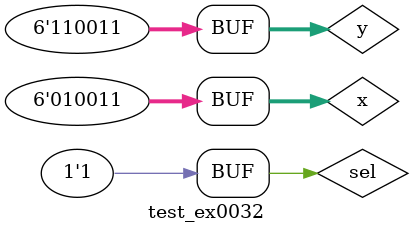
<source format=v>


module halfsum (output s0, output s1, input a, input b);

   xor XOR1(s0,a,b);
   and AND1(s1,a,b);

endmodule // halfsum

//---------------------------------------------------------


//--------------------------------------------------------
//-- Complete Sum
//---------------------------------------------------------

module completesum (output s0, output s1,input CarryIn, input a, input b);

	wire carryout1;	
	wire shs;
	wire carryout2;	
	
   
   halfsum HF1(shs,carryout1,a,b);
   halfsum HF2(s0,carryout2,CarryIn,shs);
   or OR1 (s1,carryout1,carryout2);

endmodule // completesum

//---------------------------------------------------------

//--------------------------------------------------------
//-- Full Subtractor / Sum
//---------------------------------------------------------

module fullsubs (output s0, output s1,input a, input b, input selec, input cin);

	wire carryout1;	
	wire shs;
	wire carryout2;	
	
   
   xor XOR1(sxor,b,selec);
   completesum CS(s0,s1,a,sxor,cin);


endmodule // fullsubs

//---------------------------------------------------------

module ex0032 (output result,
	       input [5:0] a,
	       input [5:0] b,
	       input selec);
	
	wire s0;
	wire s1;
	wire s2;
	wire s3;
	wire s4;
	wire s5;
	wire circ1;
	wire circ2;
	wire circ3;
	wire circ4;
	wire circ5;	


	fullsubs FULL1 (s0,circ1,a[0],b[0],selec,selec);
	fullsubs FULL2 (s1,circ2,a[1],b[1],circ1,selec);
	fullsubs FULL3 (s2,circ3,a[2],b[2],circ2,selec);
	fullsubs FULL4 (s3,circ4,a[3],b[3],circ3,selec);
	fullsubs FULL5 (s4,circ5,a[4],b[4],circ4,selec);
	fullsubs FULL6 (s5,s6,a[5],b[5],circ5,selec);
	nor NOR1 (result,s0,s1,s2,s3,s4,s5);
	

endmodule // ex0032 ;

	module test_ex0032; 
	
// ------------------------- definir dados 
           	reg [5:0] x; 
           	reg [5:0] y; 
		reg sel;	
	wire result;
		  
	ex0032 ERROR (result,x,y,sel);
		
// ------------------------- parte principal
 initial begin
 	x = 6'b000000;		y=6'b111111;	sel = 1;		
   $display("Exercício 0032.v - Wender Zacarias Xavier - 427472");
	$display("Test Somador Algébrico selecionável (CarryIn)");
	$display("\n *** Resultado ***  ");
	$display("\n Resultado da Operação = 0 \n ( 1=SIM / 0=Não )\n");
	$monitor("x=%b	 y=%b	CarryIn = %b   \n  Resultado = %b  \n\n",x,y,sel,result);

#1 x=6'b001111;	y = 6'b111011;
#1 sel= 6'b111111;
#1 x=6'b001111;	y = 6'b001111;
#1 x=6'b000000; y = 6'b000000;
#1 x=6'b010011;	y = 6'b110011;

	
		end

endmodule //Exemplo0032

</source>
